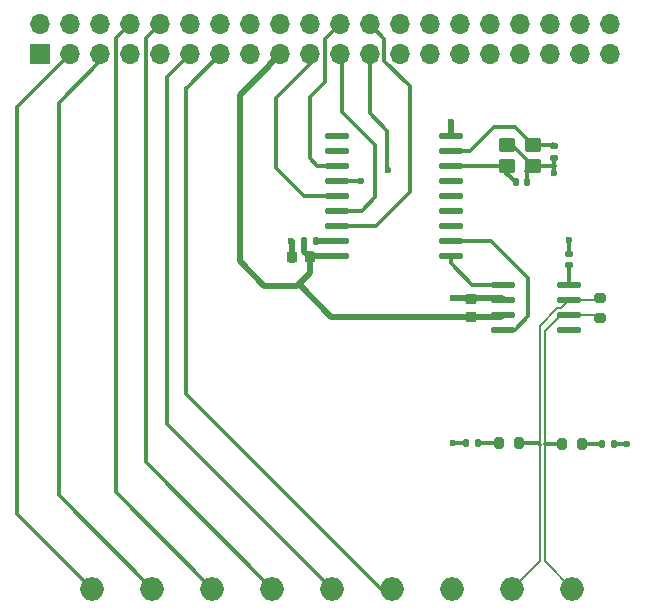
<source format=gbr>
%TF.GenerationSoftware,KiCad,Pcbnew,8.0.9*%
%TF.CreationDate,2025-09-25T17:08:19+07:00*%
%TF.ProjectId,_autosave-CAN_Shield,5f617574-6f73-4617-9665-2d43414e5f53,rev?*%
%TF.SameCoordinates,Original*%
%TF.FileFunction,Copper,L1,Top*%
%TF.FilePolarity,Positive*%
%FSLAX46Y46*%
G04 Gerber Fmt 4.6, Leading zero omitted, Abs format (unit mm)*
G04 Created by KiCad (PCBNEW 8.0.9) date 2025-09-25 17:08:19*
%MOMM*%
%LPD*%
G01*
G04 APERTURE LIST*
G04 Aperture macros list*
%AMRoundRect*
0 Rectangle with rounded corners*
0 $1 Rounding radius*
0 $2 $3 $4 $5 $6 $7 $8 $9 X,Y pos of 4 corners*
0 Add a 4 corners polygon primitive as box body*
4,1,4,$2,$3,$4,$5,$6,$7,$8,$9,$2,$3,0*
0 Add four circle primitives for the rounded corners*
1,1,$1+$1,$2,$3*
1,1,$1+$1,$4,$5*
1,1,$1+$1,$6,$7*
1,1,$1+$1,$8,$9*
0 Add four rect primitives between the rounded corners*
20,1,$1+$1,$2,$3,$4,$5,0*
20,1,$1+$1,$4,$5,$6,$7,0*
20,1,$1+$1,$6,$7,$8,$9,0*
20,1,$1+$1,$8,$9,$2,$3,0*%
G04 Aperture macros list end*
%TA.AperFunction,ComponentPad*%
%ADD10O,2.000000X2.000000*%
%TD*%
%TA.AperFunction,SMDPad,CuDef*%
%ADD11RoundRect,0.140000X0.140000X0.170000X-0.140000X0.170000X-0.140000X-0.170000X0.140000X-0.170000X0*%
%TD*%
%TA.AperFunction,SMDPad,CuDef*%
%ADD12RoundRect,0.225000X-0.225000X-0.250000X0.225000X-0.250000X0.225000X0.250000X-0.225000X0.250000X0*%
%TD*%
%TA.AperFunction,SMDPad,CuDef*%
%ADD13O,2.100000X0.560000*%
%TD*%
%TA.AperFunction,SMDPad,CuDef*%
%ADD14RoundRect,0.250000X0.450000X0.350000X-0.450000X0.350000X-0.450000X-0.350000X0.450000X-0.350000X0*%
%TD*%
%TA.AperFunction,SMDPad,CuDef*%
%ADD15RoundRect,0.200000X0.200000X0.275000X-0.200000X0.275000X-0.200000X-0.275000X0.200000X-0.275000X0*%
%TD*%
%TA.AperFunction,SMDPad,CuDef*%
%ADD16O,2.050000X0.590000*%
%TD*%
%TA.AperFunction,SMDPad,CuDef*%
%ADD17RoundRect,0.140000X-0.140000X-0.170000X0.140000X-0.170000X0.140000X0.170000X-0.140000X0.170000X0*%
%TD*%
%TA.AperFunction,SMDPad,CuDef*%
%ADD18RoundRect,0.225000X0.250000X-0.225000X0.250000X0.225000X-0.250000X0.225000X-0.250000X-0.225000X0*%
%TD*%
%TA.AperFunction,SMDPad,CuDef*%
%ADD19RoundRect,0.200000X-0.200000X-0.275000X0.200000X-0.275000X0.200000X0.275000X-0.200000X0.275000X0*%
%TD*%
%TA.AperFunction,SMDPad,CuDef*%
%ADD20RoundRect,0.140000X0.170000X-0.140000X0.170000X0.140000X-0.170000X0.140000X-0.170000X-0.140000X0*%
%TD*%
%TA.AperFunction,SMDPad,CuDef*%
%ADD21RoundRect,0.200000X0.275000X-0.200000X0.275000X0.200000X-0.275000X0.200000X-0.275000X-0.200000X0*%
%TD*%
%TA.AperFunction,ComponentPad*%
%ADD22R,1.700000X1.700000*%
%TD*%
%TA.AperFunction,ComponentPad*%
%ADD23O,1.700000X1.700000*%
%TD*%
%TA.AperFunction,ViaPad*%
%ADD24C,0.600000*%
%TD*%
%TA.AperFunction,Conductor*%
%ADD25C,0.300000*%
%TD*%
%TA.AperFunction,Conductor*%
%ADD26C,0.500000*%
%TD*%
%TA.AperFunction,Conductor*%
%ADD27C,0.200000*%
%TD*%
G04 APERTURE END LIST*
D10*
%TO.P,U1,1,1*%
%TO.N,/GPIO2{slash}SDA1*%
X12801600Y5994400D03*
%TO.P,U1,2,2*%
%TO.N,/GPIO3{slash}SCL1*%
X17881600Y5994400D03*
%TO.P,U1,3,3*%
%TO.N,/GPIO14{slash}TXD0*%
X22961600Y5994400D03*
%TO.P,U1,4,4*%
%TO.N,/GPIO15{slash}RXD0*%
X28041600Y5994400D03*
%TO.P,U1,5,5*%
%TO.N,/GPIO17*%
X33121600Y5994400D03*
%TO.P,U1,6,6*%
%TO.N,/GPIO27*%
X38201600Y5994400D03*
%TO.P,U1,7,7*%
%TO.N,GND*%
X43281600Y5994400D03*
%TO.P,U1,8,8*%
%TO.N,/CAN_D+*%
X48361600Y5994400D03*
%TO.P,U1,9,9*%
%TO.N,/CAN_D-*%
X53441600Y5994400D03*
%TD*%
D11*
%TO.P,C5,1*%
%TO.N,Net-(C5-Pad1)*%
X45483400Y18288000D03*
%TO.P,C5,2*%
%TO.N,GND*%
X44483400Y18288000D03*
%TD*%
D12*
%TO.P,C7,1*%
%TO.N,GND*%
X29682000Y34036000D03*
%TO.P,C7,2*%
%TO.N,+3V3*%
X31242000Y34036000D03*
%TD*%
D13*
%TO.P,U2,1,TXCAN*%
%TO.N,/TXCAN*%
X43154100Y34163000D03*
%TO.P,U2,2,RXCAN*%
%TO.N,/RXCAN*%
X43154100Y35433000D03*
%TO.P,U2,3,CLKOUT/SOF*%
%TO.N,unconnected-(U2-CLKOUT{slash}SOF-Pad3)*%
X43154100Y36703000D03*
%TO.P,U2,4,TX0RTS#*%
%TO.N,unconnected-(U2-TX0RTS#-Pad4)*%
X43154100Y37973000D03*
%TO.P,U2,5,TX1RTS#*%
%TO.N,unconnected-(U2-TX1RTS#-Pad5)*%
X43154100Y39243000D03*
%TO.P,U2,6,TX2RTS#*%
%TO.N,unconnected-(U2-TX2RTS#-Pad6)*%
X43154100Y40513000D03*
%TO.P,U2,7,OSC2*%
%TO.N,/OSC2*%
X43154100Y41783000D03*
%TO.P,U2,8,OSC1*%
%TO.N,/OSC1*%
X43154100Y43053000D03*
%TO.P,U2,9,VSS*%
%TO.N,GND*%
X43154100Y44323000D03*
%TO.P,U2,10,RX1BF#*%
%TO.N,unconnected-(U2-RX1BF#-Pad10)*%
X33553900Y44323000D03*
%TO.P,U2,11,RX0BF#*%
%TO.N,unconnected-(U2-RX0BF#-Pad11)*%
X33553900Y43053000D03*
%TO.P,U2,12,INT#*%
%TO.N,/GPIO25*%
X33553900Y41783000D03*
%TO.P,U2,13,SCK*%
%TO.N,/GPIO11{slash}SPI0.SCLK*%
X33553900Y40513000D03*
%TO.P,U2,14,SI*%
%TO.N,/GPIO10{slash}SPI0.MOSI*%
X33553900Y39243000D03*
%TO.P,U2,15,SO*%
%TO.N,/GPIO9{slash}SPI0.MISO*%
X33553900Y37973000D03*
%TO.P,U2,16,CS#*%
%TO.N,/GPIO8{slash}SPI0.CE0*%
X33553900Y36703000D03*
%TO.P,U2,17,RESET#*%
%TO.N,Net-(U2-RESET#)*%
X33553900Y35433000D03*
%TO.P,U2,18,VDD*%
%TO.N,+3V3*%
X33553900Y34163000D03*
%TD*%
D14*
%TO.P,X1,1,OSC*%
%TO.N,/OSC1*%
X50122000Y43552000D03*
%TO.P,X1,2,GND*%
%TO.N,GND*%
X47922000Y43552000D03*
%TO.P,X1,3,OSC*%
%TO.N,/OSC2*%
X47922000Y41792000D03*
%TO.P,X1,4,GND*%
%TO.N,GND*%
X50122000Y41792000D03*
%TD*%
D15*
%TO.P,R5,1*%
%TO.N,/CAN_D+*%
X48920400Y18288000D03*
%TO.P,R5,2*%
%TO.N,Net-(C5-Pad1)*%
X47280400Y18288000D03*
%TD*%
D16*
%TO.P,U4,1,D*%
%TO.N,/TXCAN*%
X47623600Y31729600D03*
%TO.P,U4,2,GND*%
%TO.N,GND*%
X47623600Y30459600D03*
%TO.P,U4,3,VCC*%
%TO.N,+3V3*%
X47623600Y29179600D03*
%TO.P,U4,4,R*%
%TO.N,/RXCAN*%
X47623600Y27909600D03*
%TO.P,U4,5,VREF*%
%TO.N,unconnected-(U4-VREF-Pad5)*%
X53163600Y27909600D03*
%TO.P,U4,6,CANL*%
%TO.N,/CAN_D-*%
X53163600Y29179600D03*
%TO.P,U4,7,CANH*%
%TO.N,/CAN_D+*%
X53163600Y30459600D03*
%TO.P,U4,8,RS*%
%TO.N,Net-(U4-RS)*%
X53163600Y31729600D03*
%TD*%
D17*
%TO.P,C4,1*%
%TO.N,Net-(C4-Pad1)*%
X55972200Y18237200D03*
%TO.P,C4,2*%
%TO.N,GND*%
X56972200Y18237200D03*
%TD*%
D18*
%TO.P,C3,1*%
%TO.N,+3V3*%
X44907200Y28988800D03*
%TO.P,C3,2*%
%TO.N,GND*%
X44907200Y30548800D03*
%TD*%
D19*
%TO.P,R2,1*%
%TO.N,/CAN_D-*%
X52604200Y18237200D03*
%TO.P,R2,2*%
%TO.N,Net-(C4-Pad1)*%
X54244200Y18237200D03*
%TD*%
D20*
%TO.P,C1,1*%
%TO.N,GND*%
X51891000Y42485100D03*
%TO.P,C1,2*%
%TO.N,/OSC1*%
X51891000Y43485100D03*
%TD*%
D17*
%TO.P,R3,1*%
%TO.N,+3V3*%
X30750000Y35433000D03*
%TO.P,R3,2*%
%TO.N,Net-(U2-RESET#)*%
X31750000Y35433000D03*
%TD*%
D21*
%TO.P,R4,1*%
%TO.N,/CAN_D-*%
X55803800Y28923600D03*
%TO.P,R4,2*%
%TO.N,/CAN_D+*%
X55803800Y30563600D03*
%TD*%
D20*
%TO.P,R1,1*%
%TO.N,Net-(U4-RS)*%
X53136800Y33358200D03*
%TO.P,R1,2*%
%TO.N,GND*%
X53136800Y34358200D03*
%TD*%
D11*
%TO.P,C2,1*%
%TO.N,GND*%
X49649000Y40386000D03*
%TO.P,C2,2*%
%TO.N,/OSC2*%
X48649000Y40386000D03*
%TD*%
D22*
%TO.P,J1,1,Pin_1*%
%TO.N,+3V3*%
X8370000Y51230000D03*
D23*
%TO.P,J1,2,Pin_2*%
%TO.N,+5V*%
X8370000Y53770000D03*
%TO.P,J1,3,Pin_3*%
%TO.N,/GPIO2{slash}SDA1*%
X10910000Y51230000D03*
%TO.P,J1,4,Pin_4*%
%TO.N,+5V*%
X10910000Y53770000D03*
%TO.P,J1,5,Pin_5*%
%TO.N,/GPIO3{slash}SCL1*%
X13450000Y51230000D03*
%TO.P,J1,6,Pin_6*%
%TO.N,GND*%
X13450000Y53770000D03*
%TO.P,J1,7,Pin_7*%
%TO.N,/GPIO4{slash}GPCLK0*%
X15990000Y51230000D03*
%TO.P,J1,8,Pin_8*%
%TO.N,/GPIO14{slash}TXD0*%
X15990000Y53770000D03*
%TO.P,J1,9,Pin_9*%
%TO.N,GND*%
X18530000Y51230000D03*
%TO.P,J1,10,Pin_10*%
%TO.N,/GPIO15{slash}RXD0*%
X18530000Y53770000D03*
%TO.P,J1,11,Pin_11*%
%TO.N,/GPIO17*%
X21070000Y51230000D03*
%TO.P,J1,12,Pin_12*%
%TO.N,/GPIO18{slash}PCM.CLK*%
X21070000Y53770000D03*
%TO.P,J1,13,Pin_13*%
%TO.N,/GPIO27*%
X23610000Y51230000D03*
%TO.P,J1,14,Pin_14*%
%TO.N,GND*%
X23610000Y53770000D03*
%TO.P,J1,15,Pin_15*%
%TO.N,/GPIO22*%
X26150000Y51230000D03*
%TO.P,J1,16,Pin_16*%
%TO.N,/GPIO23*%
X26150000Y53770000D03*
%TO.P,J1,17,Pin_17*%
%TO.N,+3V3*%
X28690000Y51230000D03*
%TO.P,J1,18,Pin_18*%
%TO.N,/GPIO24*%
X28690000Y53770000D03*
%TO.P,J1,19,Pin_19*%
%TO.N,/GPIO10{slash}SPI0.MOSI*%
X31230000Y51230000D03*
%TO.P,J1,20,Pin_20*%
%TO.N,GND*%
X31230000Y53770000D03*
%TO.P,J1,21,Pin_21*%
%TO.N,/GPIO9{slash}SPI0.MISO*%
X33770000Y51230000D03*
%TO.P,J1,22,Pin_22*%
%TO.N,/GPIO25*%
X33770000Y53770000D03*
%TO.P,J1,23,Pin_23*%
%TO.N,/GPIO11{slash}SPI0.SCLK*%
X36310000Y51230000D03*
%TO.P,J1,24,Pin_24*%
%TO.N,/GPIO8{slash}SPI0.CE0*%
X36310000Y53770000D03*
%TO.P,J1,25,Pin_25*%
%TO.N,GND*%
X38850000Y51230000D03*
%TO.P,J1,26,Pin_26*%
%TO.N,/GPIO7{slash}SPI0.CE1*%
X38850000Y53770000D03*
%TO.P,J1,27,Pin_27*%
%TO.N,/ID_SDA*%
X41390000Y51230000D03*
%TO.P,J1,28,Pin_28*%
%TO.N,/ID_SCL*%
X41390000Y53770000D03*
%TO.P,J1,29,Pin_29*%
%TO.N,/GPIO5*%
X43930000Y51230000D03*
%TO.P,J1,30,Pin_30*%
%TO.N,GND*%
X43930000Y53770000D03*
%TO.P,J1,31,Pin_31*%
%TO.N,/GPIO6*%
X46470000Y51230000D03*
%TO.P,J1,32,Pin_32*%
%TO.N,/GPIO12{slash}PWM0*%
X46470000Y53770000D03*
%TO.P,J1,33,Pin_33*%
%TO.N,/GPIO13{slash}PWM1*%
X49010000Y51230000D03*
%TO.P,J1,34,Pin_34*%
%TO.N,GND*%
X49010000Y53770000D03*
%TO.P,J1,35,Pin_35*%
%TO.N,/GPIO19{slash}PCM.FS*%
X51550000Y51230000D03*
%TO.P,J1,36,Pin_36*%
%TO.N,/GPIO16*%
X51550000Y53770000D03*
%TO.P,J1,37,Pin_37*%
%TO.N,/GPIO26*%
X54090000Y51230000D03*
%TO.P,J1,38,Pin_38*%
%TO.N,/GPIO20{slash}PCM.DIN*%
X54090000Y53770000D03*
%TO.P,J1,39,Pin_39*%
%TO.N,GND*%
X56630000Y51230000D03*
%TO.P,J1,40,Pin_40*%
%TO.N,/GPIO21{slash}PCM.DOUT*%
X56630000Y53770000D03*
%TD*%
D24*
%TO.N,GND*%
X43180000Y45466000D03*
X43332400Y18288000D03*
X58115200Y18237200D03*
X29667200Y35407600D03*
X43365200Y30566800D03*
X53136800Y35509200D03*
X51943000Y41148000D03*
%TO.N,/GPIO11{slash}SPI0.SCLK*%
X37812104Y41435896D03*
X35560000Y40513000D03*
%TD*%
D25*
%TO.N,GND*%
X50122000Y41792000D02*
X51882000Y41792000D01*
X49649000Y40386000D02*
X49649000Y41319000D01*
X44483400Y18288000D02*
X43332400Y18288000D01*
D26*
X43154100Y44323000D02*
X43154100Y45440100D01*
X47516400Y30566800D02*
X47623600Y30459600D01*
D25*
X48325122Y43552000D02*
X50085122Y41792000D01*
X51891000Y41783000D02*
X51891000Y41200000D01*
X56972200Y18237200D02*
X58115200Y18237200D01*
D26*
X49649000Y41319000D02*
X50122000Y41792000D01*
X51891000Y41200000D02*
X51943000Y41148000D01*
X29682000Y35392800D02*
X29682000Y34036000D01*
D25*
X48353600Y30459600D02*
X47623600Y30459600D01*
D26*
X47922000Y43552000D02*
X48325122Y43552000D01*
X50085122Y41792000D02*
X50122000Y41792000D01*
D25*
X51891000Y42485100D02*
X51891000Y41783000D01*
D26*
X43365200Y30566800D02*
X47516400Y30566800D01*
X29667200Y35407600D02*
X29682000Y35392800D01*
D25*
X53136800Y34358200D02*
X53136800Y35509200D01*
D26*
X51882000Y41792000D02*
X51891000Y41783000D01*
X43154100Y45440100D02*
X43180000Y45466000D01*
D25*
%TO.N,/GPIO2{slash}SDA1*%
X6451600Y12298400D02*
X12755600Y5994400D01*
X12755600Y5994400D02*
X12801600Y5994400D01*
X10910000Y51230000D02*
X6451600Y46771600D01*
X6451600Y46771600D02*
X6451600Y12298400D01*
%TO.N,/GPIO3{slash}SCL1*%
X13450000Y50635600D02*
X9956800Y47142400D01*
X13450000Y51230000D02*
X13450000Y50635600D01*
X9956800Y13919200D02*
X17881600Y5994400D01*
X9956800Y47142400D02*
X9956800Y13919200D01*
%TO.N,/GPIO14{slash}TXD0*%
X14790000Y52570000D02*
X14790000Y14166000D01*
X14790000Y14166000D02*
X22961600Y5994400D01*
X15990000Y53770000D02*
X14790000Y52570000D01*
%TO.N,/GPIO15{slash}RXD0*%
X18530000Y53770000D02*
X17330000Y52570000D01*
X17330000Y52570000D02*
X17330000Y16706000D01*
X17330000Y16706000D02*
X28041600Y5994400D01*
%TO.N,/GPIO17*%
X21070000Y51230000D02*
X19151600Y49311600D01*
X19151600Y49311600D02*
X19151600Y19964400D01*
X19151600Y19964400D02*
X33121600Y5994400D01*
%TO.N,/GPIO27*%
X20792400Y48412400D02*
X20777200Y48412400D01*
X23610000Y51230000D02*
X20792400Y48412400D01*
X20777200Y22453600D02*
X37236400Y5994400D01*
X37236400Y5994400D02*
X38201600Y5994400D01*
X20777200Y48412400D02*
X20777200Y22453600D01*
%TO.N,/GPIO22*%
X26150000Y51230000D02*
X25525200Y51230000D01*
%TO.N,/GPIO10{slash}SPI0.MOSI*%
X28346400Y47548800D02*
X28346400Y41630600D01*
X31230000Y50432400D02*
X28346400Y47548800D01*
X30734000Y39243000D02*
X33553900Y39243000D01*
X31230000Y51230000D02*
X31230000Y50432400D01*
X28346400Y41630600D02*
X30734000Y39243000D01*
%TO.N,/GPIO9{slash}SPI0.MISO*%
X35636200Y37973000D02*
X36779200Y39116000D01*
X33985200Y51014800D02*
X33770000Y51230000D01*
X33553900Y37973000D02*
X35636200Y37973000D01*
X36779200Y43535600D02*
X33985200Y46329600D01*
X36779200Y39116000D02*
X36779200Y43535600D01*
X33985200Y46329600D02*
X33985200Y51014800D01*
%TO.N,/GPIO25*%
X31877000Y41783000D02*
X33553900Y41783000D01*
X32512000Y48895000D02*
X31242000Y47625000D01*
X31242000Y42418000D02*
X31877000Y41783000D01*
X32512000Y52512000D02*
X32512000Y48895000D01*
X31242000Y47625000D02*
X31242000Y42418000D01*
X33770000Y53770000D02*
X32512000Y52512000D01*
%TO.N,/GPIO11{slash}SPI0.SCLK*%
X35560000Y40513000D02*
X33553900Y40513000D01*
X36310000Y46214600D02*
X36310000Y51230000D01*
X37795200Y44729400D02*
X36310000Y46214600D01*
X37812104Y41435896D02*
X37795200Y41452800D01*
X37795200Y41452800D02*
X37795200Y44729400D01*
%TO.N,/GPIO8{slash}SPI0.CE0*%
X39715200Y39562800D02*
X36855400Y36703000D01*
X37541200Y52538800D02*
X37541200Y50698400D01*
X39715200Y48524400D02*
X39715200Y39562800D01*
X36855400Y36703000D02*
X33553900Y36703000D01*
X37541200Y50698400D02*
X39715200Y48524400D01*
X36310000Y53770000D02*
X37541200Y52538800D01*
D26*
%TO.N,+3V3*%
X47450800Y29006800D02*
X47623600Y29179600D01*
X31242000Y34036000D02*
X31242000Y32702000D01*
X31369000Y34163000D02*
X31242000Y34036000D01*
X30280000Y31740000D02*
X30170000Y31630000D01*
X30750000Y34528000D02*
X30750000Y35433000D01*
X31242000Y34036000D02*
X30750000Y34528000D01*
X28690000Y51230000D02*
X27740000Y50280000D01*
X33553900Y34163000D02*
X31369000Y34163000D01*
X31242000Y32702000D02*
X30280000Y31740000D01*
X30170000Y31630000D02*
X27390000Y31630000D01*
X25280000Y33740000D02*
X27390000Y31630000D01*
X33013200Y29006800D02*
X47450800Y29006800D01*
X27740000Y50260000D02*
X25280000Y47800000D01*
X25280000Y47800000D02*
X25280000Y33740000D01*
X30280000Y31740000D02*
X33013200Y29006800D01*
X27740000Y50280000D02*
X27740000Y50260000D01*
%TO.N,/OSC2*%
X47913000Y41783000D02*
X47922000Y41792000D01*
D25*
X47922000Y41113000D02*
X48649000Y40386000D01*
D26*
X47922000Y41792000D02*
X47922000Y41113000D01*
D25*
X43154100Y41783000D02*
X47913000Y41783000D01*
D26*
%TO.N,/OSC1*%
X51824100Y43552000D02*
X51891000Y43485100D01*
D25*
X48589000Y45085000D02*
X50122000Y43552000D01*
X43154100Y43053000D02*
X44831000Y43053000D01*
X44831000Y43053000D02*
X46863000Y45085000D01*
X46863000Y45085000D02*
X48589000Y45085000D01*
X50122000Y43552000D02*
X51824100Y43552000D01*
%TO.N,Net-(C5-Pad1)*%
X45483400Y18288000D02*
X47280400Y18288000D01*
%TO.N,Net-(U4-RS)*%
X53136800Y31756400D02*
X53163600Y31729600D01*
X53136800Y33358200D02*
X53136800Y31756400D01*
D26*
%TO.N,Net-(U2-RESET#)*%
X31750000Y35433000D02*
X33553900Y35433000D01*
D25*
%TO.N,/TXCAN*%
X43154100Y33553900D02*
X44978400Y31729600D01*
X43154100Y34163000D02*
X43154100Y33553900D01*
X44978400Y31729600D02*
X47623600Y31729600D01*
%TO.N,/RXCAN*%
X46609000Y35433000D02*
X49733200Y32308800D01*
X49733200Y32308800D02*
X49733200Y29057600D01*
X43154100Y35433000D02*
X46609000Y35433000D01*
X48585200Y27909600D02*
X47623600Y27909600D01*
X49733200Y29057600D02*
X48585200Y27909600D01*
X47618600Y27914600D02*
X47623600Y27909600D01*
%TO.N,Net-(C4-Pad1)*%
X54244200Y18237200D02*
X55972200Y18237200D01*
%TO.N,/CAN_D-*%
X52604200Y18237200D02*
X51177401Y18237200D01*
D27*
X51126601Y8309399D02*
X53441600Y5994400D01*
X53163600Y29179600D02*
X52519997Y29179600D01*
X51126601Y27786204D02*
X51126601Y18186400D01*
X53163600Y29179600D02*
X55547800Y29179600D01*
X55547800Y29179600D02*
X55803800Y28923600D01*
X52519997Y29179600D02*
X51126601Y27786204D01*
X51126601Y18186400D02*
X51126601Y8309399D01*
%TO.N,/CAN_D+*%
X50676599Y8309399D02*
X48361600Y5994400D01*
X53163600Y30459600D02*
X52478600Y29774600D01*
D25*
X50574999Y18288000D02*
X50676599Y18186400D01*
X48920400Y18288000D02*
X50574999Y18288000D01*
D27*
X50676599Y18186400D02*
X50676599Y8309399D01*
D25*
X48920400Y18288000D02*
X48945800Y18313400D01*
D27*
X52478600Y29774600D02*
X52187143Y29774600D01*
X52187143Y29774600D02*
X50676599Y28264056D01*
X55699800Y30459600D02*
X55803800Y30563600D01*
X53163600Y30459600D02*
X55699800Y30459600D01*
X50676599Y28264056D02*
X50676599Y18186400D01*
%TD*%
M02*

</source>
